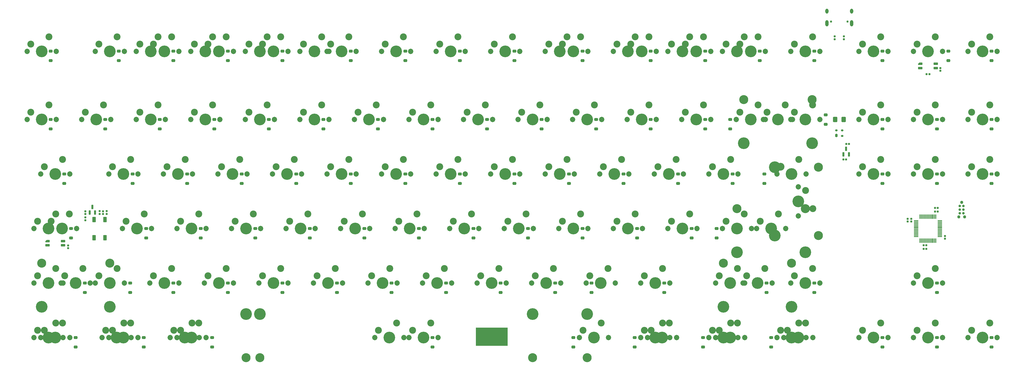
<source format=gbr>
%TF.GenerationSoftware,KiCad,Pcbnew,8.0.4*%
%TF.CreationDate,2024-07-23T18:50:18+08:00*%
%TF.ProjectId,X88C,58383843-2e6b-4696-9361-645f70636258,rev?*%
%TF.SameCoordinates,Original*%
%TF.FileFunction,Soldermask,Bot*%
%TF.FilePolarity,Negative*%
%FSLAX46Y46*%
G04 Gerber Fmt 4.6, Leading zero omitted, Abs format (unit mm)*
G04 Created by KiCad (PCBNEW 8.0.4) date 2024-07-23 18:50:18*
%MOMM*%
%LPD*%
G01*
G04 APERTURE LIST*
G04 Aperture macros list*
%AMRoundRect*
0 Rectangle with rounded corners*
0 $1 Rounding radius*
0 $2 $3 $4 $5 $6 $7 $8 $9 X,Y pos of 4 corners*
0 Add a 4 corners polygon primitive as box body*
4,1,4,$2,$3,$4,$5,$6,$7,$8,$9,$2,$3,0*
0 Add four circle primitives for the rounded corners*
1,1,$1+$1,$2,$3*
1,1,$1+$1,$4,$5*
1,1,$1+$1,$6,$7*
1,1,$1+$1,$8,$9*
0 Add four rect primitives between the rounded corners*
20,1,$1+$1,$2,$3,$4,$5,0*
20,1,$1+$1,$4,$5,$6,$7,0*
20,1,$1+$1,$6,$7,$8,$9,0*
20,1,$1+$1,$8,$9,$2,$3,0*%
%AMFreePoly0*
4,1,35,0.337950,0.725020,0.369330,0.718778,0.387713,0.711163,0.414316,0.693388,0.428388,0.679316,0.446163,0.652713,0.453778,0.634330,0.460020,0.602950,0.461000,0.593000,0.461000,-0.593000,0.460020,-0.602950,0.453778,-0.634330,0.446163,-0.652713,0.428388,-0.679316,0.414316,-0.693388,0.387713,-0.711163,0.369330,-0.718778,0.337950,-0.725020,0.328000,-0.726000,0.000000,-0.726000,
-0.036062,-0.711062,-0.446062,-0.301062,-0.461000,-0.265000,-0.461000,0.593000,-0.460020,0.602950,-0.453778,0.634330,-0.446163,0.652713,-0.428388,0.679316,-0.414316,0.693388,-0.387713,0.711163,-0.369330,0.718778,-0.337950,0.725020,-0.328000,0.726000,0.328000,0.726000,0.337950,0.725020,0.337950,0.725020,$1*%
G04 Aperture macros list end*
%ADD10C,0.100000*%
%ADD11C,1.852000*%
%ADD12C,4.089800*%
%ADD13C,2.402000*%
%ADD14C,3.150000*%
%ADD15C,0.752000*%
%ADD16O,1.102000X2.202000*%
%ADD17O,1.102000X1.702000*%
%ADD18C,2.702000*%
%ADD19RoundRect,0.250500X0.400500X-0.250500X0.400500X0.250500X-0.400500X0.250500X-0.400500X-0.250500X0*%
%ADD20RoundRect,0.100500X0.100500X-0.688000X0.100500X0.688000X-0.100500X0.688000X-0.100500X-0.688000X0*%
%ADD21RoundRect,0.100500X0.688000X-0.100500X0.688000X0.100500X-0.688000X0.100500X-0.688000X-0.100500X0*%
%ADD22RoundRect,0.160500X-0.210500X0.160500X-0.210500X-0.160500X0.210500X-0.160500X0.210500X0.160500X0*%
%ADD23RoundRect,0.160500X-0.160500X-0.210500X0.160500X-0.210500X0.160500X0.210500X-0.160500X0.210500X0*%
%ADD24RoundRect,0.165500X0.165500X0.195500X-0.165500X0.195500X-0.165500X-0.195500X0.165500X-0.195500X0*%
%ADD25RoundRect,0.051000X-0.500000X0.850000X-0.500000X-0.850000X0.500000X-0.850000X0.500000X0.850000X0*%
%ADD26RoundRect,0.092200X-0.633800X0.368800X-0.633800X-0.368800X0.633800X-0.368800X0.633800X0.368800X0*%
%ADD27FreePoly0,270.000000*%
%ADD28RoundRect,0.165500X-0.195500X0.165500X-0.195500X-0.165500X0.195500X-0.165500X0.195500X0.165500X0*%
%ADD29RoundRect,0.175500X0.175500X-0.613000X0.175500X0.613000X-0.175500X0.613000X-0.175500X-0.613000X0*%
%ADD30RoundRect,0.165500X0.195500X-0.165500X0.195500X0.165500X-0.195500X0.165500X-0.195500X-0.165500X0*%
%ADD31RoundRect,0.200500X-0.200500X-0.350500X0.200500X-0.350500X0.200500X0.350500X-0.200500X0.350500X0*%
%ADD32RoundRect,0.175500X-0.225500X-0.175500X0.225500X-0.175500X0.225500X0.175500X-0.225500X0.175500X0*%
%ADD33C,1.092600*%
%ADD34C,0.889400*%
%ADD35RoundRect,0.165500X-0.165500X-0.195500X0.165500X-0.195500X0.165500X0.195500X-0.165500X0.195500X0*%
%ADD36RoundRect,0.160500X0.210500X-0.160500X0.210500X0.160500X-0.210500X0.160500X-0.210500X-0.160500X0*%
%ADD37RoundRect,0.267895X0.495605X0.658105X-0.495605X0.658105X-0.495605X-0.658105X0.495605X-0.658105X0*%
G04 APERTURE END LIST*
D10*
%TO.C,G1*%
X162662500Y-102750000D02*
X151662500Y-102750000D01*
X151662500Y-96500000D01*
X162662500Y-96500000D01*
X162662500Y-102750000D01*
G36*
X162662500Y-102750000D02*
G01*
X151662500Y-102750000D01*
X151662500Y-96500000D01*
X162662500Y-96500000D01*
X162662500Y-102750000D01*
G37*
%TD*%
D11*
%TO.C,MX104*%
X233045000Y-100012500D03*
D12*
X238125000Y-100012500D03*
D11*
X243205000Y-100012500D03*
D13*
X234315000Y-97472500D03*
X240665000Y-94932500D03*
%TD*%
D14*
%TO.C,S3*%
X242887500Y-54927500D03*
D12*
X242887500Y-70167500D03*
D14*
X266700000Y-54927500D03*
D12*
X266700000Y-70167500D03*
%TD*%
D11*
%TO.C,MX15*%
X285432500Y0D03*
D12*
X290512500Y0D03*
D11*
X295592500Y0D03*
D13*
X286702500Y2540000D03*
X293052500Y5080000D03*
%TD*%
D11*
%TO.C,MX35*%
X90170000Y-23812500D03*
D12*
X95250000Y-23812500D03*
D11*
X100330000Y-23812500D03*
D13*
X91440000Y-21272500D03*
X97790000Y-18732500D03*
%TD*%
D11*
%TO.C,MX53*%
X99695000Y-42862500D03*
D12*
X104775000Y-42862500D03*
D11*
X109855000Y-42862500D03*
D13*
X100965000Y-40322500D03*
X107315000Y-37782500D03*
%TD*%
D11*
%TO.C,MX78*%
X249713750Y-61912500D03*
D12*
X254793750Y-61912500D03*
D11*
X259873750Y-61912500D03*
D13*
X250983750Y-59372500D03*
X257333750Y-56832500D03*
%TD*%
D11*
%TO.C,MX5*%
X75882500Y0D03*
D12*
X80962500Y0D03*
D11*
X86042500Y0D03*
D13*
X77152500Y2540000D03*
X83502500Y5080000D03*
%TD*%
D11*
%TO.C,MX89*%
X152082500Y-80962500D03*
D12*
X157162500Y-80962500D03*
D11*
X162242500Y-80962500D03*
D13*
X153352500Y-78422500D03*
X159702500Y-75882500D03*
%TD*%
D11*
%TO.C,MX7*%
X118745000Y0D03*
D12*
X123825000Y0D03*
D11*
X128905000Y0D03*
D13*
X120015000Y2540000D03*
X126365000Y5080000D03*
%TD*%
D11*
%TO.C,MX115*%
X235426250Y-100012500D03*
D12*
X240506250Y-100012500D03*
D11*
X245586250Y-100012500D03*
D13*
X236696250Y-97472500D03*
X243046250Y-94932500D03*
%TD*%
D11*
%TO.C,MX109*%
X-2698750Y-100012500D03*
D12*
X2381250Y-100012500D03*
D11*
X7461250Y-100012500D03*
D13*
X-1428750Y-97472500D03*
X4921250Y-94932500D03*
%TD*%
D11*
%TO.C,MX54*%
X118745000Y-42862500D03*
D12*
X123825000Y-42862500D03*
D11*
X128905000Y-42862500D03*
D13*
X120015000Y-40322500D03*
X126365000Y-37782500D03*
%TD*%
D11*
%TO.C,MX68*%
X47307500Y-61912500D03*
D12*
X52387500Y-61912500D03*
D11*
X57467500Y-61912500D03*
D13*
X48577500Y-59372500D03*
X54927500Y-56832500D03*
%TD*%
D11*
%TO.C,MX116*%
X259238750Y-100012500D03*
D12*
X264318750Y-100012500D03*
D11*
X269398750Y-100012500D03*
D13*
X260508750Y-97472500D03*
X266858750Y-94932500D03*
%TD*%
D11*
%TO.C,MX6*%
X99695000Y0D03*
D12*
X104775000Y0D03*
D11*
X109855000Y0D03*
D13*
X100965000Y2540000D03*
X107315000Y5080000D03*
%TD*%
D11*
%TO.C,MX94*%
X304482500Y-80962500D03*
D12*
X309562500Y-80962500D03*
D11*
X314642500Y-80962500D03*
D13*
X305752500Y-78422500D03*
X312102500Y-75882500D03*
%TD*%
D11*
%TO.C,MX81*%
X237807500Y-61912500D03*
D12*
X242887500Y-61912500D03*
D11*
X247967500Y-61912500D03*
D13*
X239077500Y-59372500D03*
X245427500Y-56832500D03*
%TD*%
D11*
%TO.C,MX19*%
X52070000Y0D03*
D12*
X57150000Y0D03*
D11*
X62230000Y0D03*
D13*
X53340000Y2540000D03*
X59690000Y5080000D03*
%TD*%
D11*
%TO.C,MX28*%
X242570000Y0D03*
D12*
X247650000Y0D03*
D11*
X252730000Y0D03*
D13*
X243840000Y2540000D03*
X250190000Y5080000D03*
%TD*%
D11*
%TO.C,MX108*%
X323532500Y-100012500D03*
D12*
X328612500Y-100012500D03*
D11*
X333692500Y-100012500D03*
D13*
X324802500Y-97472500D03*
X331152500Y-94932500D03*
%TD*%
D11*
%TO.C,MX9*%
X156845000Y0D03*
D12*
X161925000Y0D03*
D11*
X167005000Y0D03*
D13*
X158115000Y2540000D03*
X164465000Y5080000D03*
%TD*%
D11*
%TO.C,MX17*%
X323532500Y0D03*
D12*
X328612500Y0D03*
D11*
X333692500Y0D03*
D13*
X324802500Y2540000D03*
X331152500Y5080000D03*
%TD*%
D11*
%TO.C,MX42*%
X223520000Y-23812500D03*
D12*
X228600000Y-23812500D03*
D11*
X233680000Y-23812500D03*
D13*
X224790000Y-21272500D03*
X231140000Y-18732500D03*
%TD*%
D11*
%TO.C,MX82*%
X6826250Y-80962500D03*
D12*
X11906250Y-80962500D03*
D11*
X16986250Y-80962500D03*
D13*
X8096250Y-78422500D03*
X14446250Y-75882500D03*
%TD*%
D11*
%TO.C,MX88*%
X133032500Y-80962500D03*
D12*
X138112500Y-80962500D03*
D11*
X143192500Y-80962500D03*
D13*
X134302500Y-78422500D03*
X140652500Y-75882500D03*
%TD*%
D11*
%TO.C,MX113*%
X187801250Y-100012500D03*
D12*
X192881250Y-100012500D03*
D11*
X197961250Y-100012500D03*
D13*
X189071250Y-97472500D03*
X195421250Y-94932500D03*
%TD*%
D11*
%TO.C,MX34*%
X71120000Y-23812500D03*
D12*
X76200000Y-23812500D03*
D11*
X81280000Y-23812500D03*
D13*
X72390000Y-21272500D03*
X78740000Y-18732500D03*
%TD*%
D11*
%TO.C,MX92*%
X209232500Y-80962500D03*
D12*
X214312500Y-80962500D03*
D11*
X219392500Y-80962500D03*
D13*
X210502500Y-78422500D03*
X216852500Y-75882500D03*
%TD*%
D11*
%TO.C,MX4*%
X56832500Y0D03*
D12*
X61912500Y0D03*
D11*
X66992500Y0D03*
D13*
X58102500Y2540000D03*
X64452500Y5080000D03*
%TD*%
D11*
%TO.C,MX52*%
X80645000Y-42862500D03*
D12*
X85725000Y-42862500D03*
D11*
X90805000Y-42862500D03*
D13*
X81915000Y-40322500D03*
X88265000Y-37782500D03*
%TD*%
D11*
%TO.C,MX37*%
X128270000Y-23812500D03*
D12*
X133350000Y-23812500D03*
D11*
X138430000Y-23812500D03*
D13*
X129540000Y-21272500D03*
X135890000Y-18732500D03*
%TD*%
D11*
%TO.C,MX85*%
X75882500Y-80962500D03*
D12*
X80962500Y-80962500D03*
D11*
X86042500Y-80962500D03*
D13*
X77152500Y-78422500D03*
X83502500Y-75882500D03*
%TD*%
D11*
%TO.C,MX25*%
X175895000Y0D03*
D12*
X180975000Y0D03*
D11*
X186055000Y0D03*
D13*
X177165000Y2540000D03*
X183515000Y5080000D03*
%TD*%
D11*
%TO.C,MX18*%
X33020000Y0D03*
D12*
X38100000Y0D03*
D11*
X43180000Y0D03*
D13*
X34290000Y2540000D03*
X40640000Y5080000D03*
%TD*%
D11*
%TO.C,MX100*%
X23495000Y-100012500D03*
D12*
X28575000Y-100012500D03*
D11*
X33655000Y-100012500D03*
D13*
X24765000Y-97472500D03*
X31115000Y-94932500D03*
%TD*%
D12*
%TO.C,S2*%
X256063750Y-40481250D03*
X256063750Y-64293750D03*
D14*
X271303750Y-40481250D03*
X271303750Y-64293750D03*
%TD*%
D11*
%TO.C,MX38*%
X147320000Y-23812500D03*
D12*
X152400000Y-23812500D03*
D11*
X157480000Y-23812500D03*
D13*
X148590000Y-21272500D03*
X154940000Y-18732500D03*
%TD*%
D11*
%TO.C,MX31*%
X13970000Y-23812500D03*
D12*
X19050000Y-23812500D03*
D11*
X24130000Y-23812500D03*
D13*
X15240000Y-21272500D03*
X21590000Y-18732500D03*
%TD*%
D11*
%TO.C,MX106*%
X285432500Y-100012500D03*
D12*
X290512500Y-100012500D03*
D11*
X295592500Y-100012500D03*
D13*
X286702500Y-97472500D03*
X293052500Y-94932500D03*
%TD*%
D14*
%TO.C,S7*%
X171450000Y-106997500D03*
D12*
X171450000Y-91757500D03*
D14*
X71437500Y-106997500D03*
D12*
X71437500Y-91757500D03*
%TD*%
D11*
%TO.C,MX12*%
X218757500Y0D03*
D12*
X223837500Y0D03*
D11*
X228917500Y0D03*
D13*
X220027500Y2540000D03*
X226377500Y5080000D03*
%TD*%
D11*
%TO.C,MX72*%
X123507500Y-61912500D03*
D12*
X128587500Y-61912500D03*
D11*
X133667500Y-61912500D03*
D13*
X124777500Y-59372500D03*
X131127500Y-56832500D03*
%TD*%
D11*
%TO.C,MX74*%
X161607500Y-61912500D03*
D12*
X166687500Y-61912500D03*
D11*
X171767500Y-61912500D03*
D13*
X162877500Y-59372500D03*
X169227500Y-56832500D03*
%TD*%
D11*
%TO.C,MX90*%
X171132500Y-80962500D03*
D12*
X176212500Y-80962500D03*
D11*
X181292500Y-80962500D03*
D13*
X172402500Y-78422500D03*
X178752500Y-75882500D03*
%TD*%
D11*
%TO.C,MX10*%
X180657500Y0D03*
D12*
X185737500Y0D03*
D11*
X190817500Y0D03*
D13*
X181927500Y2540000D03*
X188277500Y5080000D03*
%TD*%
D11*
%TO.C,MX87*%
X113982500Y-80962500D03*
D12*
X119062500Y-80962500D03*
D11*
X124142500Y-80962500D03*
D13*
X115252500Y-78422500D03*
X121602500Y-75882500D03*
%TD*%
D11*
%TO.C,MX64*%
X323532500Y-42862500D03*
D12*
X328612500Y-42862500D03*
D11*
X333692500Y-42862500D03*
D13*
X324802500Y-40322500D03*
X331152500Y-37782500D03*
%TD*%
D11*
%TO.C,MX2*%
X18732500Y0D03*
D12*
X23812500Y0D03*
D11*
X28892500Y0D03*
D13*
X20002500Y2540000D03*
X26352500Y5080000D03*
%TD*%
D11*
%TO.C,MX70*%
X85407500Y-61912500D03*
D12*
X90487500Y-61912500D03*
D11*
X95567500Y-61912500D03*
D13*
X86677500Y-59372500D03*
X93027500Y-56832500D03*
%TD*%
D11*
%TO.C,MX76*%
X199707500Y-61912500D03*
D12*
X204787500Y-61912500D03*
D11*
X209867500Y-61912500D03*
D13*
X200977500Y-59372500D03*
X207327500Y-56832500D03*
%TD*%
D11*
%TO.C,MX45*%
X304482500Y-23812500D03*
D12*
X309562500Y-23812500D03*
D11*
X314642500Y-23812500D03*
D13*
X305752500Y-21272500D03*
X312102500Y-18732500D03*
%TD*%
D11*
%TO.C,MX16*%
X304482500Y0D03*
D12*
X309562500Y0D03*
D11*
X314642500Y0D03*
D13*
X305752500Y2540000D03*
X312102500Y5080000D03*
%TD*%
D11*
%TO.C,MX48*%
X-317500Y-42862500D03*
D12*
X4762500Y-42862500D03*
D11*
X9842500Y-42862500D03*
D13*
X952500Y-40322500D03*
X7302500Y-37782500D03*
%TD*%
D11*
%TO.C,MX55*%
X137795000Y-42862500D03*
D12*
X142875000Y-42862500D03*
D11*
X147955000Y-42862500D03*
D13*
X139065000Y-40322500D03*
X145415000Y-37782500D03*
%TD*%
D11*
%TO.C,MX3*%
X37782500Y0D03*
D12*
X42862500Y0D03*
D11*
X47942500Y0D03*
D13*
X39052500Y2540000D03*
X45402500Y5080000D03*
%TD*%
D11*
%TO.C,MX63*%
X304482500Y-42862500D03*
D12*
X309562500Y-42862500D03*
D11*
X314642500Y-42862500D03*
D13*
X305752500Y-40322500D03*
X312102500Y-37782500D03*
%TD*%
D11*
%TO.C,MX46*%
X323532500Y-23812500D03*
D12*
X328612500Y-23812500D03*
D11*
X333692500Y-23812500D03*
D13*
X324802500Y-21272500D03*
X331152500Y-18732500D03*
%TD*%
D11*
%TO.C,MX67*%
X28257500Y-61912500D03*
D12*
X33337500Y-61912500D03*
D11*
X38417500Y-61912500D03*
D13*
X29527500Y-59372500D03*
X35877500Y-56832500D03*
%TD*%
D11*
%TO.C,MX59*%
X213995000Y-42862500D03*
D12*
X219075000Y-42862500D03*
D11*
X224155000Y-42862500D03*
D13*
X215265000Y-40322500D03*
X221615000Y-37782500D03*
%TD*%
D11*
%TO.C,MX110*%
X21113750Y-100012500D03*
D12*
X26193750Y-100012500D03*
D11*
X31273750Y-100012500D03*
D13*
X22383750Y-97472500D03*
X28733750Y-94932500D03*
%TD*%
D11*
%TO.C,MX60*%
X233045000Y-42862500D03*
D12*
X238125000Y-42862500D03*
D11*
X243205000Y-42862500D03*
D13*
X234315000Y-40322500D03*
X240665000Y-37782500D03*
%TD*%
D11*
%TO.C,MX32*%
X33020000Y-23812500D03*
D12*
X38100000Y-23812500D03*
D11*
X43180000Y-23812500D03*
D13*
X34290000Y-21272500D03*
X40640000Y-18732500D03*
%TD*%
D11*
%TO.C,MX97*%
X235426250Y-80962500D03*
D12*
X240506250Y-80962500D03*
D11*
X245586250Y-80962500D03*
D13*
X236696250Y-78422500D03*
X243046250Y-75882500D03*
%TD*%
D11*
%TO.C,MX51*%
X61595000Y-42862500D03*
D12*
X66675000Y-42862500D03*
D11*
X71755000Y-42862500D03*
D13*
X62865000Y-40322500D03*
X69215000Y-37782500D03*
%TD*%
D14*
%TO.C,S4*%
X238125000Y-73977500D03*
D12*
X238125000Y-89217500D03*
D14*
X261937500Y-73977500D03*
D12*
X261937500Y-89217500D03*
%TD*%
D11*
%TO.C,MX112*%
X116363750Y-100012500D03*
D12*
X121443750Y-100012500D03*
D11*
X126523750Y-100012500D03*
D13*
X117633750Y-97472500D03*
X123983750Y-94932500D03*
%TD*%
D11*
%TO.C,MX84*%
X56832500Y-80962500D03*
D12*
X61912500Y-80962500D03*
D11*
X66992500Y-80962500D03*
D13*
X58102500Y-78422500D03*
X64452500Y-75882500D03*
%TD*%
D11*
%TO.C,MX75*%
X180657500Y-61912500D03*
D12*
X185737500Y-61912500D03*
D11*
X190817500Y-61912500D03*
D13*
X181927500Y-59372500D03*
X188277500Y-56832500D03*
%TD*%
D11*
%TO.C,MX96*%
X18732500Y-80962500D03*
D12*
X23812500Y-80962500D03*
D11*
X28892500Y-80962500D03*
D13*
X20002500Y-78422500D03*
X26352500Y-75882500D03*
%TD*%
D14*
%TO.C,S5*%
X0Y-73977500D03*
D12*
X0Y-89217500D03*
D14*
X23812500Y-73977500D03*
D12*
X23812500Y-89217500D03*
%TD*%
D11*
%TO.C,MX91*%
X190182500Y-80962500D03*
D12*
X195262500Y-80962500D03*
D11*
X200342500Y-80962500D03*
D13*
X191452500Y-78422500D03*
X197802500Y-75882500D03*
%TD*%
D11*
%TO.C,MX114*%
X211613750Y-100012500D03*
D12*
X216693750Y-100012500D03*
D11*
X221773750Y-100012500D03*
D13*
X212883750Y-97472500D03*
X219233750Y-94932500D03*
%TD*%
D11*
%TO.C,MX43*%
X252095000Y-23812500D03*
D12*
X257175000Y-23812500D03*
D11*
X262255000Y-23812500D03*
D13*
X253365000Y-21272500D03*
X259715000Y-18732500D03*
%TD*%
D11*
%TO.C,MX65*%
X264318750Y-47307500D03*
D12*
X264318750Y-52387500D03*
D11*
X264318750Y-57467500D03*
D13*
X266858750Y-48577500D03*
X269398750Y-54927500D03*
%TD*%
D11*
%TO.C,MX98*%
X261620000Y-80962500D03*
D12*
X266700000Y-80962500D03*
D11*
X271780000Y-80962500D03*
D13*
X262890000Y-78422500D03*
X269240000Y-75882500D03*
%TD*%
D11*
%TO.C,MX80*%
X2063750Y-61912500D03*
D12*
X7143750Y-61912500D03*
D11*
X12223750Y-61912500D03*
D13*
X3333750Y-59372500D03*
X9683750Y-56832500D03*
%TD*%
D11*
%TO.C,MX1*%
X-5080000Y0D03*
D12*
X0Y0D03*
D11*
X5080000Y0D03*
D13*
X-3810000Y2540000D03*
X2540000Y5080000D03*
%TD*%
D11*
%TO.C,MX41*%
X204470000Y-23812500D03*
D12*
X209550000Y-23812500D03*
D11*
X214630000Y-23812500D03*
D13*
X205740000Y-21272500D03*
X212090000Y-18732500D03*
%TD*%
D14*
%TO.C,S6*%
X190500000Y-106997500D03*
D12*
X190500000Y-91757500D03*
D14*
X76200000Y-106997500D03*
D12*
X76200000Y-91757500D03*
%TD*%
D11*
%TO.C,MX66*%
X-2698750Y-61912500D03*
D12*
X2381250Y-61912500D03*
D11*
X7461250Y-61912500D03*
D13*
X-1428750Y-59372500D03*
X4921250Y-56832500D03*
%TD*%
D11*
%TO.C,MX71*%
X104457500Y-61912500D03*
D12*
X109537500Y-61912500D03*
D11*
X114617500Y-61912500D03*
D13*
X105727500Y-59372500D03*
X112077500Y-56832500D03*
%TD*%
D11*
%TO.C,MX93*%
X244951250Y-80962500D03*
D12*
X250031250Y-80962500D03*
D11*
X255111250Y-80962500D03*
D13*
X246221250Y-78422500D03*
X252571250Y-75882500D03*
%TD*%
D11*
%TO.C,MX49*%
X23495000Y-42862500D03*
D12*
X28575000Y-42862500D03*
D11*
X33655000Y-42862500D03*
D13*
X24765000Y-40322500D03*
X31115000Y-37782500D03*
%TD*%
D11*
%TO.C,MX11*%
X199707500Y0D03*
D12*
X204787500Y0D03*
D11*
X209867500Y0D03*
D13*
X200977500Y2540000D03*
X207327500Y5080000D03*
%TD*%
D11*
%TO.C,MX39*%
X166370000Y-23812500D03*
D12*
X171450000Y-23812500D03*
D11*
X176530000Y-23812500D03*
D13*
X167640000Y-21272500D03*
X173990000Y-18732500D03*
%TD*%
D11*
%TO.C,MX69*%
X66357500Y-61912500D03*
D12*
X71437500Y-61912500D03*
D11*
X76517500Y-61912500D03*
D13*
X67627500Y-59372500D03*
X73977500Y-56832500D03*
%TD*%
D11*
%TO.C,MX77*%
X218757500Y-61912500D03*
D12*
X223837500Y-61912500D03*
D11*
X228917500Y-61912500D03*
D13*
X220027500Y-59372500D03*
X226377500Y-56832500D03*
%TD*%
D11*
%TO.C,MX27*%
X223520000Y0D03*
D12*
X228600000Y0D03*
D11*
X233680000Y0D03*
D13*
X224790000Y2540000D03*
X231140000Y5080000D03*
%TD*%
D11*
%TO.C,MX62*%
X285432500Y-42862500D03*
D12*
X290512500Y-42862500D03*
D11*
X295592500Y-42862500D03*
D13*
X286702500Y-40322500D03*
X293052500Y-37782500D03*
%TD*%
D11*
%TO.C,MX57*%
X175895000Y-42862500D03*
D12*
X180975000Y-42862500D03*
D11*
X186055000Y-42862500D03*
D13*
X177165000Y-40322500D03*
X183515000Y-37782500D03*
%TD*%
D11*
%TO.C,MX107*%
X304482500Y-100012500D03*
D12*
X309562500Y-100012500D03*
D11*
X314642500Y-100012500D03*
D13*
X305752500Y-97472500D03*
X312102500Y-94932500D03*
%TD*%
D11*
%TO.C,MX56*%
X156845000Y-42862500D03*
D12*
X161925000Y-42862500D03*
D11*
X167005000Y-42862500D03*
D13*
X158115000Y-40322500D03*
X164465000Y-37782500D03*
%TD*%
D11*
%TO.C,MX111*%
X44926250Y-100012500D03*
D12*
X50006250Y-100012500D03*
D11*
X55086250Y-100012500D03*
D13*
X46196250Y-97472500D03*
X52546250Y-94932500D03*
%TD*%
D11*
%TO.C,MX101*%
X47307500Y-100012500D03*
D12*
X52387500Y-100012500D03*
D11*
X57467500Y-100012500D03*
D13*
X48577500Y-97472500D03*
X54927500Y-94932500D03*
%TD*%
D11*
%TO.C,MX13*%
X237807500Y0D03*
D12*
X242887500Y0D03*
D11*
X247967500Y0D03*
D13*
X239077500Y2540000D03*
X245427500Y5080000D03*
%TD*%
D11*
%TO.C,MX21*%
X90170000Y0D03*
D12*
X95250000Y0D03*
D11*
X100330000Y0D03*
D13*
X91440000Y2540000D03*
X97790000Y5080000D03*
%TD*%
D11*
%TO.C,MX14*%
X261620000Y0D03*
D12*
X266700000Y0D03*
D11*
X271780000Y0D03*
D13*
X262890000Y2540000D03*
X269240000Y5080000D03*
%TD*%
D11*
%TO.C,MX40*%
X185420000Y-23812500D03*
D12*
X190500000Y-23812500D03*
D11*
X195580000Y-23812500D03*
D13*
X186690000Y-21272500D03*
X193040000Y-18732500D03*
%TD*%
D11*
%TO.C,MX26*%
X204470000Y0D03*
D12*
X209550000Y0D03*
D11*
X214630000Y0D03*
D13*
X205740000Y2540000D03*
X212090000Y5080000D03*
%TD*%
D15*
%TO.C,USB1*%
X281496250Y10400000D03*
X275716250Y10400000D03*
D16*
X282926250Y9870000D03*
D17*
X282926250Y14050000D03*
D16*
X274286250Y9870000D03*
D17*
X274286250Y14050000D03*
%TD*%
D11*
%TO.C,MX95*%
X-2698750Y-80962500D03*
D12*
X2381250Y-80962500D03*
D11*
X7461250Y-80962500D03*
D13*
X-1428750Y-78422500D03*
X4921250Y-75882500D03*
%TD*%
D11*
%TO.C,MX50*%
X42545000Y-42862500D03*
D12*
X47625000Y-42862500D03*
D11*
X52705000Y-42862500D03*
D13*
X43815000Y-40322500D03*
X50165000Y-37782500D03*
%TD*%
D11*
%TO.C,MX44*%
X285432500Y-23812500D03*
D12*
X290512500Y-23812500D03*
D11*
X295592500Y-23812500D03*
D13*
X286702500Y-21272500D03*
X293052500Y-18732500D03*
%TD*%
D11*
%TO.C,MX58*%
X194945000Y-42862500D03*
D12*
X200025000Y-42862500D03*
D11*
X205105000Y-42862500D03*
D13*
X196215000Y-40322500D03*
X202565000Y-37782500D03*
%TD*%
D11*
%TO.C,MX8*%
X137795000Y0D03*
D12*
X142875000Y0D03*
D11*
X147955000Y0D03*
D13*
X139065000Y2540000D03*
X145415000Y5080000D03*
%TD*%
D11*
%TO.C,MX99*%
X-317500Y-100012500D03*
D12*
X4762500Y-100012500D03*
D11*
X9842500Y-100012500D03*
D13*
X952500Y-97472500D03*
X7302500Y-94932500D03*
%TD*%
D11*
%TO.C,MX103*%
X209232500Y-100012500D03*
D12*
X214312500Y-100012500D03*
D11*
X219392500Y-100012500D03*
D13*
X210502500Y-97472500D03*
X216852500Y-94932500D03*
%TD*%
D11*
%TO.C,MX36*%
X109220000Y-23812500D03*
D12*
X114300000Y-23812500D03*
D11*
X119380000Y-23812500D03*
D13*
X110490000Y-21272500D03*
X116840000Y-18732500D03*
%TD*%
D11*
%TO.C,MX86*%
X94932500Y-80962500D03*
D12*
X100012500Y-80962500D03*
D11*
X105092500Y-80962500D03*
D13*
X96202500Y-78422500D03*
X102552500Y-75882500D03*
%TD*%
D11*
%TO.C,MX20*%
X71120000Y0D03*
D12*
X76200000Y0D03*
D11*
X81280000Y0D03*
D13*
X72390000Y2540000D03*
X78740000Y5080000D03*
%TD*%
D11*
%TO.C,MX73*%
X142557500Y-61912500D03*
D12*
X147637500Y-61912500D03*
D11*
X152717500Y-61912500D03*
D13*
X143827500Y-59372500D03*
X150177500Y-56832500D03*
%TD*%
D11*
%TO.C,MX30*%
X-5080000Y-23812500D03*
D12*
X0Y-23812500D03*
D11*
X5080000Y-23812500D03*
D13*
X-3810000Y-21272500D03*
X2540000Y-18732500D03*
%TD*%
D11*
%TO.C,MX47*%
X242570000Y-23812500D03*
D12*
X247650000Y-23812500D03*
D11*
X252730000Y-23812500D03*
D13*
X243840000Y-21272500D03*
X250190000Y-18732500D03*
%TD*%
D11*
%TO.C,MX105*%
X256857500Y-100012500D03*
D12*
X261937500Y-100012500D03*
D11*
X267017500Y-100012500D03*
D13*
X258127500Y-97472500D03*
X264477500Y-94932500D03*
%TD*%
D11*
%TO.C,MX33*%
X52070000Y-23812500D03*
D12*
X57150000Y-23812500D03*
D11*
X62230000Y-23812500D03*
D13*
X53340000Y-21272500D03*
X59690000Y-18732500D03*
%TD*%
D11*
%TO.C,MX61*%
X256857500Y-42862500D03*
D12*
X261937500Y-42862500D03*
D11*
X267017500Y-42862500D03*
D18*
X258127500Y-40322500D03*
D13*
X264477500Y-37782500D03*
%TD*%
D11*
%TO.C,MX83*%
X37782500Y-80962500D03*
D12*
X42862500Y-80962500D03*
D11*
X47942500Y-80962500D03*
D13*
X39052500Y-78422500D03*
X45402500Y-75882500D03*
%TD*%
D14*
%TO.C,S1*%
X245268750Y-16827500D03*
D12*
X245268750Y-32067500D03*
D14*
X269081250Y-16827500D03*
D12*
X269081250Y-32067500D03*
%TD*%
D11*
%TO.C,MX79*%
X261620000Y-23812500D03*
D12*
X266700000Y-23812500D03*
D11*
X271780000Y-23812500D03*
D13*
X262890000Y-21272500D03*
X269240000Y-18732500D03*
%TD*%
D11*
%TO.C,MX102*%
X128270000Y-100012500D03*
D12*
X133350000Y-100012500D03*
D11*
X138430000Y-100012500D03*
D13*
X129540000Y-97472500D03*
X135890000Y-94932500D03*
%TD*%
D19*
%TO.C,D55*%
X55562500Y-65150000D03*
X55562500Y-61850000D03*
%TD*%
%TO.C,D82*%
X11906250Y-103250000D03*
X11906250Y-99950000D03*
%TD*%
%TO.C,D7*%
X107950000Y-3237500D03*
X107950000Y62500D03*
%TD*%
%TO.C,D35*%
X331787500Y-27050000D03*
X331787500Y-23750000D03*
%TD*%
D20*
%TO.C,U2*%
X312312500Y-66075000D03*
X311812500Y-66075000D03*
X311312500Y-66075000D03*
X310812500Y-66075000D03*
X310312500Y-66075000D03*
X309812500Y-66075000D03*
X309312500Y-66075000D03*
X308812500Y-66075000D03*
X308312500Y-66075000D03*
X307812500Y-66075000D03*
X307312500Y-66075000D03*
X306812500Y-66075000D03*
D21*
X305400000Y-64662500D03*
X305400000Y-64162500D03*
X305400000Y-63662500D03*
X305400000Y-63162500D03*
X305400000Y-62662500D03*
X305400000Y-62162500D03*
X305400000Y-61662500D03*
X305400000Y-61162500D03*
X305400000Y-60662500D03*
X305400000Y-60162500D03*
X305400000Y-59662500D03*
X305400000Y-59162500D03*
D20*
X306812500Y-57750000D03*
X307312500Y-57750000D03*
X307812500Y-57750000D03*
X308312500Y-57750000D03*
X308812500Y-57750000D03*
X309312500Y-57750000D03*
X309812500Y-57750000D03*
X310312500Y-57750000D03*
X310812500Y-57750000D03*
X311312500Y-57750000D03*
X311812500Y-57750000D03*
X312312500Y-57750000D03*
D21*
X313725000Y-59162500D03*
X313725000Y-59662500D03*
X313725000Y-60162500D03*
X313725000Y-60662500D03*
X313725000Y-61162500D03*
X313725000Y-61662500D03*
X313725000Y-62162500D03*
X313725000Y-62662500D03*
X313725000Y-63162500D03*
X313725000Y-63662500D03*
X313725000Y-64162500D03*
X313725000Y-64662500D03*
%TD*%
D19*
%TO.C,D65*%
X235743750Y-65150000D03*
X235743750Y-61850000D03*
%TD*%
%TO.C,D48*%
X241300000Y-46100000D03*
X241300000Y-42800000D03*
%TD*%
%TO.C,D88*%
X230981250Y-103250000D03*
X230981250Y-99950000D03*
%TD*%
%TO.C,D78*%
X217487500Y-84200000D03*
X217487500Y-80900000D03*
%TD*%
%TO.C,D6*%
X84137500Y-3237500D03*
X84137500Y62500D03*
%TD*%
%TO.C,D20*%
X22225000Y-27050000D03*
X22225000Y-23750000D03*
%TD*%
D22*
%TO.C,RR2*%
X22750000Y-55802500D03*
X22750000Y-56822500D03*
%TD*%
D23*
%TO.C,R3*%
X309052500Y-7937500D03*
X310072500Y-7937500D03*
%TD*%
D19*
%TO.C,D46*%
X203200000Y-46100000D03*
X203200000Y-42800000D03*
%TD*%
%TO.C,D57*%
X93662500Y-65150000D03*
X93662500Y-61850000D03*
%TD*%
%TO.C,D81*%
X312737500Y-84200000D03*
X312737500Y-80900000D03*
%TD*%
%TO.C,D42*%
X127000000Y-46100000D03*
X127000000Y-42800000D03*
%TD*%
%TO.C,D89*%
X254793750Y-103250000D03*
X254793750Y-99950000D03*
%TD*%
%TO.C,D49*%
X252412500Y-46100000D03*
X252412500Y-42800000D03*
%TD*%
%TO.C,D58*%
X112712500Y-65150000D03*
X112712500Y-61850000D03*
%TD*%
%TO.C,D53*%
X10318750Y-65150000D03*
X10318750Y-61850000D03*
%TD*%
%TO.C,D61*%
X169862500Y-65150000D03*
X169862500Y-61850000D03*
%TD*%
%TO.C,D37*%
X31750000Y-46100000D03*
X31750000Y-42800000D03*
%TD*%
D24*
%TO.C,C5*%
X280980000Y-37725000D03*
X280020000Y-37725000D03*
%TD*%
D25*
%TO.C,SWR1*%
X18340625Y-58762500D03*
X18340625Y-65062500D03*
X22140625Y-58762500D03*
X22140625Y-65062500D03*
%TD*%
D19*
%TO.C,D76*%
X179387500Y-84200000D03*
X179387500Y-80900000D03*
%TD*%
D26*
%TO.C,RGB2*%
X7487500Y-67742500D03*
X7487500Y-66242500D03*
X2037500Y-67742500D03*
D27*
X2037500Y-66242500D03*
%TD*%
D22*
%TO.C,R2*%
X280193750Y5272500D03*
X280193750Y4252500D03*
%TD*%
D19*
%TO.C,D38*%
X50800000Y-46100000D03*
X50800000Y-42800000D03*
%TD*%
%TO.C,D66*%
X273843750Y-25462500D03*
X273843750Y-22162500D03*
%TD*%
%TO.C,D28*%
X174625000Y-27050000D03*
X174625000Y-23750000D03*
%TD*%
D28*
%TO.C,C1*%
X303750000Y-58476250D03*
X303750000Y-59436250D03*
%TD*%
D19*
%TO.C,D67*%
X15081250Y-84200000D03*
X15081250Y-80900000D03*
%TD*%
%TO.C,D34*%
X312737500Y-27050000D03*
X312737500Y-23750000D03*
%TD*%
D22*
%TO.C,R1*%
X277018750Y5272500D03*
X277018750Y4252500D03*
%TD*%
D19*
%TO.C,D14*%
X250825000Y-3237500D03*
X250825000Y62500D03*
%TD*%
D29*
%TO.C,QR1*%
X18700000Y-56250000D03*
X16800000Y-56250000D03*
X17750000Y-54375000D03*
%TD*%
D19*
%TO.C,D31*%
X231775000Y-27050000D03*
X231775000Y-23750000D03*
%TD*%
%TO.C,D19*%
X3175000Y-27050000D03*
X3175000Y-23750000D03*
%TD*%
D30*
%TO.C,C3*%
X315500000Y-65436250D03*
X315500000Y-64476250D03*
%TD*%
D29*
%TO.C,U1*%
X281950000Y-35937500D03*
X280050000Y-35937500D03*
X281000000Y-34062500D03*
%TD*%
D19*
%TO.C,D43*%
X146050000Y-46100000D03*
X146050000Y-42800000D03*
%TD*%
%TO.C,D47*%
X222250000Y-46100000D03*
X222250000Y-42800000D03*
%TD*%
%TO.C,D39*%
X69850000Y-46100000D03*
X69850000Y-42800000D03*
%TD*%
%TO.C,D10*%
X165100000Y-3237500D03*
X165100000Y62500D03*
%TD*%
%TO.C,D70*%
X65087500Y-84200000D03*
X65087500Y-80900000D03*
%TD*%
%TO.C,D22*%
X60325000Y-27050000D03*
X60325000Y-23750000D03*
%TD*%
%TO.C,D68*%
X30956250Y-84200000D03*
X30956250Y-80900000D03*
%TD*%
%TO.C,D8*%
X127000000Y-3237500D03*
X127000000Y62500D03*
%TD*%
%TO.C,D9*%
X146050000Y-3237500D03*
X146050000Y62500D03*
%TD*%
%TO.C,D24*%
X98425000Y-27050000D03*
X98425000Y-23750000D03*
%TD*%
%TO.C,D18*%
X331787500Y-3237500D03*
X331787500Y62500D03*
%TD*%
D31*
%TO.C,D1*%
X277606250Y-29325000D03*
D32*
X277606250Y-27625000D03*
X279606250Y-27625000D03*
X279606250Y-29525000D03*
%TD*%
D19*
%TO.C,D51*%
X312737500Y-46100000D03*
X312737500Y-42800000D03*
%TD*%
%TO.C,D3*%
X26987500Y-3237500D03*
X26987500Y62500D03*
%TD*%
%TO.C,D80*%
X269875000Y-84200000D03*
X269875000Y-80900000D03*
%TD*%
%TO.C,D90*%
X293687500Y-103250000D03*
X293687500Y-99950000D03*
%TD*%
%TO.C,D60*%
X150812500Y-65150000D03*
X150812500Y-61850000D03*
%TD*%
%TO.C,D52*%
X331787500Y-46100000D03*
X331787500Y-42800000D03*
%TD*%
%TO.C,D72*%
X103187500Y-84200000D03*
X103187500Y-80900000D03*
%TD*%
%TO.C,D56*%
X74612500Y-65150000D03*
X74612500Y-61850000D03*
%TD*%
%TO.C,D4*%
X46037500Y-3237500D03*
X46037500Y62500D03*
%TD*%
D24*
%TO.C,C8*%
X312980000Y-54706250D03*
X312020000Y-54706250D03*
%TD*%
D19*
%TO.C,D36*%
X7937500Y-46100000D03*
X7937500Y-42800000D03*
%TD*%
%TO.C,D84*%
X59531250Y-103250000D03*
X59531250Y-99950000D03*
%TD*%
%TO.C,D75*%
X160337500Y-84200000D03*
X160337500Y-80900000D03*
%TD*%
D33*
%TO.C,J2*%
X321310000Y-52710000D03*
X322326000Y-57790000D03*
X320294000Y-57790000D03*
D34*
X321945000Y-53980000D03*
X320675000Y-53980000D03*
X321945000Y-55250000D03*
X320675000Y-55250000D03*
X321945000Y-56520000D03*
X320675000Y-56520000D03*
%TD*%
D19*
%TO.C,D26*%
X136525000Y-27050000D03*
X136525000Y-23750000D03*
%TD*%
%TO.C,D54*%
X36512500Y-65150000D03*
X36512500Y-61850000D03*
%TD*%
D28*
%TO.C,C2*%
X302500000Y-58476250D03*
X302500000Y-59436250D03*
%TD*%
D19*
%TO.C,D11*%
X188912500Y-3237500D03*
X188912500Y62500D03*
%TD*%
%TO.C,D5*%
X65087500Y-3237500D03*
X65087500Y62500D03*
%TD*%
%TO.C,D64*%
X227012500Y-65150000D03*
X227012500Y-61850000D03*
%TD*%
%TO.C,D79*%
X253206250Y-84200000D03*
X253206250Y-80900000D03*
%TD*%
%TO.C,D87*%
X207168750Y-103250000D03*
X207168750Y-99950000D03*
%TD*%
D35*
%TO.C,C6*%
X308020000Y-68956250D03*
X308980000Y-68956250D03*
%TD*%
D24*
%TO.C,C9*%
X312980000Y-55956250D03*
X312020000Y-55956250D03*
%TD*%
D28*
%TO.C,CR1*%
X21500000Y-55832500D03*
X21500000Y-56792500D03*
%TD*%
D19*
%TO.C,D85*%
X136525000Y-103250000D03*
X136525000Y-99950000D03*
%TD*%
D35*
%TO.C,C7*%
X308020000Y-67706250D03*
X308980000Y-67706250D03*
%TD*%
D19*
%TO.C,D30*%
X212725000Y-27050000D03*
X212725000Y-23750000D03*
%TD*%
D30*
%TO.C,CR2*%
X15250000Y-56792500D03*
X15250000Y-55832500D03*
%TD*%
D19*
%TO.C,D44*%
X165100000Y-46100000D03*
X165100000Y-42800000D03*
%TD*%
%TO.C,D13*%
X231775000Y-3237500D03*
X231775000Y62500D03*
%TD*%
D35*
%TO.C,C4*%
X281020000Y-32293750D03*
X281980000Y-32293750D03*
%TD*%
D19*
%TO.C,D92*%
X331787500Y-103250000D03*
X331787500Y-99950000D03*
%TD*%
%TO.C,D69*%
X46037500Y-84200000D03*
X46037500Y-80900000D03*
%TD*%
%TO.C,D91*%
X312737500Y-103250000D03*
X312737500Y-99950000D03*
%TD*%
D28*
%TO.C,C10*%
X313895000Y-5830000D03*
X313895000Y-6790000D03*
%TD*%
%TO.C,C11*%
X9250000Y-67770000D03*
X9250000Y-68730000D03*
%TD*%
D19*
%TO.C,D2*%
X3175000Y-3237500D03*
X3175000Y62500D03*
%TD*%
%TO.C,D32*%
X240506250Y-27050000D03*
X240506250Y-23750000D03*
%TD*%
%TO.C,D73*%
X122237500Y-84200000D03*
X122237500Y-80900000D03*
%TD*%
%TO.C,D21*%
X41275000Y-27050000D03*
X41275000Y-23750000D03*
%TD*%
%TO.C,D15*%
X269875000Y-3237500D03*
X269875000Y62500D03*
%TD*%
D36*
%TO.C,RR3*%
X20250000Y-56822500D03*
X20250000Y-55802500D03*
%TD*%
D19*
%TO.C,D71*%
X84137500Y-84200000D03*
X84137500Y-80900000D03*
%TD*%
%TO.C,D27*%
X155575000Y-27050000D03*
X155575000Y-23750000D03*
%TD*%
%TO.C,D16*%
X293687500Y-3237500D03*
X293687500Y62500D03*
%TD*%
%TO.C,D41*%
X107950000Y-46100000D03*
X107950000Y-42800000D03*
%TD*%
%TO.C,D50*%
X293687500Y-46100000D03*
X293687500Y-42800000D03*
%TD*%
%TO.C,D83*%
X35718750Y-103250000D03*
X35718750Y-99950000D03*
%TD*%
%TO.C,D23*%
X79375000Y-27050000D03*
X79375000Y-23750000D03*
%TD*%
%TO.C,D77*%
X192087500Y-84200000D03*
X192087500Y-80900000D03*
%TD*%
%TO.C,D86*%
X185737500Y-103250000D03*
X185737500Y-99950000D03*
%TD*%
%TO.C,D17*%
X316706250Y-3237500D03*
X316706250Y62500D03*
%TD*%
%TO.C,D29*%
X193675000Y-27050000D03*
X193675000Y-23750000D03*
%TD*%
D36*
%TO.C,RR1*%
X15250000Y-59020000D03*
X15250000Y-58000000D03*
%TD*%
D37*
%TO.C,F1*%
X280093750Y-23812500D03*
X277118750Y-23812500D03*
%TD*%
D19*
%TO.C,D40*%
X88900000Y-46100000D03*
X88900000Y-42800000D03*
%TD*%
%TO.C,D12*%
X212725000Y-3237500D03*
X212725000Y62500D03*
%TD*%
%TO.C,D74*%
X141287500Y-84200000D03*
X141287500Y-80900000D03*
%TD*%
%TO.C,D59*%
X131762500Y-65150000D03*
X131762500Y-61850000D03*
%TD*%
D26*
%TO.C,RGB1*%
X312287500Y-5830000D03*
X312287500Y-4330000D03*
X306837500Y-5830000D03*
D27*
X306837500Y-4330000D03*
%TD*%
D19*
%TO.C,D45*%
X184150000Y-46100000D03*
X184150000Y-42800000D03*
%TD*%
%TO.C,D62*%
X188912500Y-65150000D03*
X188912500Y-61850000D03*
%TD*%
%TO.C,D33*%
X293687500Y-27050000D03*
X293687500Y-23750000D03*
%TD*%
%TO.C,D63*%
X207962500Y-65150000D03*
X207962500Y-61850000D03*
%TD*%
%TO.C,D25*%
X117475000Y-27050000D03*
X117475000Y-23750000D03*
%TD*%
M02*

</source>
